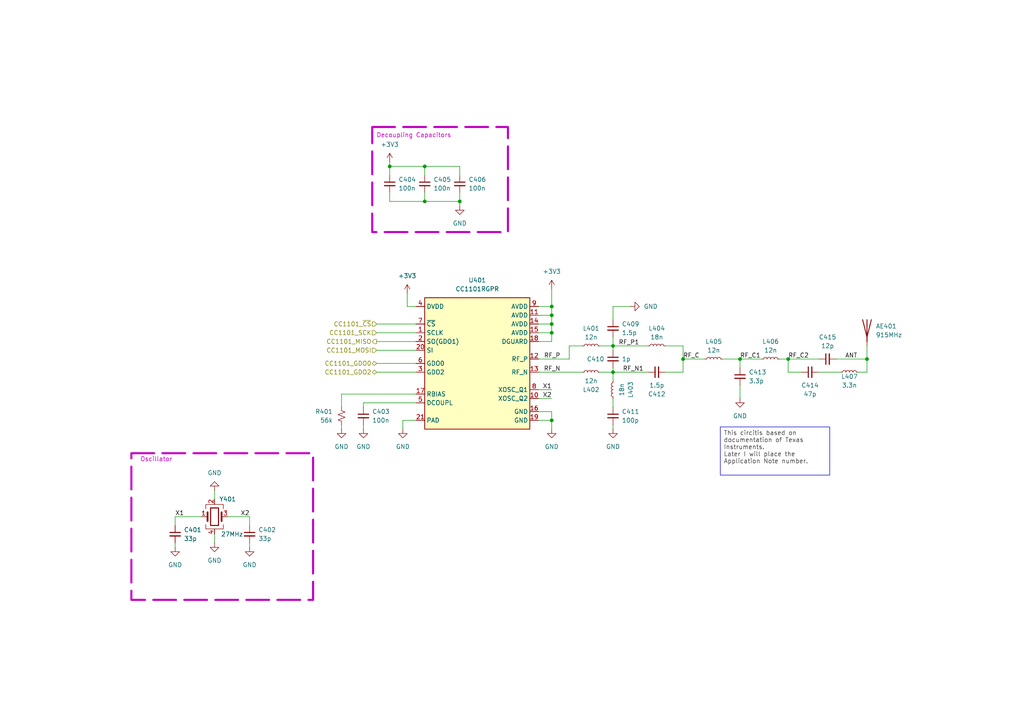
<source format=kicad_sch>
(kicad_sch (version 20231120) (generator "eeschema") (generator_version "8.0")
  (paper "A4")
  (title_block (title "Project Antares - Receiver Schematic") (date "2024-08-24") (rev "1.0.1") (company "Ouroboros Embedded Development") (comment 1 "Pablo Jean Rozario"))
  (lib_symbols
    (symbol "Device:Antenna" (pin_numbers hide) (pin_names (offset 1.016) hide)
      (property "Reference" "AE" (at -1.905 1.905 0))
      (property "Value" "Antenna" (at -1.905 0 0))
      (symbol "Antenna_0_1"
        (polyline (pts (xy 0 2.54) (xy 0 -3.81)) (stroke (width 0.254)))
        (polyline (pts (xy 1.27 2.54) (xy 0 -2.54) (xy -1.27 2.54)) (stroke (width 0.254)))
      )
      (symbol "Antenna_1_1"
        (pin input line (at 0 -5.08 90) (length 2.54) (name "A") (number "1"))
      )
    )
    (symbol "Device:C_Small" (pin_numbers hide) (pin_names (offset 0.254) hide)
      (property "Reference" "C" (at 0.254 1.778 0))
      (property "Value" "C_Small" (at 0.254 -2.032 0))
      (symbol "C_Small_0_1"
        (polyline (pts (xy -1.524 -0.508) (xy 1.524 -0.508)) (stroke (width 0.3302)))
        (polyline (pts (xy -1.524 0.508) (xy 1.524 0.508)) (stroke (width 0.3048)))
      )
      (symbol "C_Small_1_1"
        (pin passive line (at 0 2.54 270) (length 2.032) (name "~") (number "1"))
        (pin passive line (at 0 -2.54 90) (length 2.032) (name "~") (number "2"))
      )
    )
    (symbol "Device:Crystal_GND24" (pin_names (offset 1.016) hide)
      (property "Reference" "Y" (at 3.175 5.08 0))
      (property "Value" "Crystal_GND24" (at 3.175 3.175 0))
      (symbol "Crystal_GND24_0_1"
        (rectangle (start -1.143 2.54) (end 1.143 -2.54) (stroke (width 0.3048)))
        (polyline (pts (xy -2.54 0) (xy -2.032 0)))
        (polyline (pts (xy -2.032 -1.27) (xy -2.032 1.27)) (stroke (width 0.508)))
        (polyline (pts (xy 0 -3.81) (xy 0 -3.556)))
        (polyline (pts (xy 0 3.556) (xy 0 3.81)))
        (polyline (pts (xy 2.032 -1.27) (xy 2.032 1.27)) (stroke (width 0.508)))
        (polyline (pts (xy 2.032 0) (xy 2.54 0)))
        (polyline (pts (xy -2.54 -2.286) (xy -2.54 -3.556) (xy 2.54 -3.556) (xy 2.54 -2.286)))
        (polyline (pts (xy -2.54 2.286) (xy -2.54 3.556) (xy 2.54 3.556) (xy 2.54 2.286)))
      )
      (symbol "Crystal_GND24_1_1"
        (pin passive line (at -3.81 0 0) (length 1.27) (name "1") (number "1"))
        (pin passive line (at 0 5.08 270) (length 1.27) (name "2") (number "2"))
        (pin passive line (at 3.81 0 180) (length 1.27) (name "3") (number "3"))
        (pin passive line (at 0 -5.08 90) (length 1.27) (name "4") (number "4"))
      )
    )
    (symbol "Device:L_Small" (pin_numbers hide) (pin_names (offset 0.254) hide)
      (property "Reference" "L" (at 0.762 1.016 0))
      (property "Value" "L_Small" (at 0.762 -1.016 0))
      (symbol "L_Small_0_1"
        (arc (start 0 -2.032) (mid 0.5058 -1.524) (end 0 -1.016))
        (arc (start 0 -1.016) (mid 0.5058 -0.508) (end 0 0))
        (arc (start 0 0) (mid 0.5058 0.508) (end 0 1.016))
        (arc (start 0 1.016) (mid 0.5058 1.524) (end 0 2.032))
      )
      (symbol "L_Small_1_1"
        (pin passive line (at 0 2.54 270) (length 0.508) (name "~") (number "1"))
        (pin passive line (at 0 -2.54 90) (length 0.508) (name "~") (number "2"))
      )
    )
    (symbol "Device:R_Small_US" (pin_numbers hide) (pin_names (offset 0.254) hide)
      (property "Reference" "R" (at 0.762 0.508 0))
      (property "Value" "R_Small_US" (at 0.762 -1.016 0))
      (symbol "R_Small_US_1_1"
        (polyline (pts (xy 0 0) (xy 1.016 -0.381) (xy 0 -0.762) (xy -1.016 -1.143) (xy 0 -1.524)))
        (polyline (pts (xy 0 1.524) (xy 1.016 1.143) (xy 0 0.762) (xy -1.016 0.381) (xy 0 0)))
        (pin passive line (at 0 2.54 270) (length 1.016) (name "~") (number "1"))
        (pin passive line (at 0 -2.54 90) (length 1.016) (name "~") (number "2"))
      )
    )
    (symbol "RF_SubGHz_ext:CC1101"
      (property "Reference" "U" (at 0.762 1.016 0))
      (property "Value" "CC1101" (at 3.81 -39.878 0))
      (symbol "CC1101_0_0"
        (pin input line (at -2.54 -10.16 0) (length 2.54) (name "SCLK") (number "1"))
        (pin unspecified line (at 33.02 -29.21 180) (length 2.54) (name "XOSC_Q2") (number "10"))
        (pin power_in line (at 33.02 -5.08 180) (length 2.54) (name "AVDD") (number "11"))
        (pin unspecified line (at 33.02 -17.78 180) (length 2.54) (name "RF_P") (number "12"))
        (pin unspecified line (at 33.02 -21.59 180) (length 2.54) (name "RF_N") (number "13"))
        (pin power_in line (at 33.02 -7.62 180) (length 2.54) (name "AVDD") (number "14"))
        (pin power_in line (at 33.02 -10.16 180) (length 2.54) (name "AVDD") (number "15"))
        (pin power_out line (at 33.02 -33.02 180) (length 2.54) (name "GND") (number "16"))
        (pin unspecified line (at -2.54 -27.94 0) (length 2.54) (name "RBIAS") (number "17"))
        (pin power_in line (at 33.02 -12.7 180) (length 2.54) (name "DGUARD") (number "18"))
        (pin power_out line (at 33.02 -35.56 180) (length 2.54) (name "GND") (number "19"))
        (pin output line (at -2.54 -12.7 0) (length 2.54) (name "SO(GDO1)") (number "2"))
        (pin input line (at -2.54 -15.24 0) (length 2.54) (name "SI") (number "20"))
        (pin power_out line (at -2.54 -35.56 0) (length 2.54) (name "PAD") (number "21"))
        (pin output line (at -2.54 -21.59 0) (length 2.54) (name "GDO2") (number "3"))
        (pin power_in line (at -2.54 -2.54 0) (length 2.54) (name "DVDD") (number "4"))
        (pin power_out line (at -2.54 -30.48 0) (length 2.54) (name "DCOUPL") (number "5"))
        (pin bidirectional line (at -2.54 -19.05 0) (length 2.54) (name "GDO0") (number "6"))
        (pin input line (at -2.54 -7.62 0) (length 2.54) (name "~{CS}") (number "7"))
        (pin unspecified line (at 33.02 -26.67 180) (length 2.54) (name "XOSC_Q1") (number "8"))
        (pin power_in line (at 33.02 -2.54 180) (length 2.54) (name "AVDD") (number "9"))
      )
      (symbol "CC1101_0_1"
        (rectangle (start 0 0) (end 30.48 -38.1) (stroke (width 0.254)) (fill (type background)))
      )
    )
    (symbol "power:+3V3" (power) (pin_numbers hide) (pin_names (offset 0) hide)
      (property "Value" "+3V3" (at 0 3.556 0))
      (symbol "+3V3_0_1"
        (polyline (pts (xy -0.762 1.27) (xy 0 2.54)))
        (polyline (pts (xy 0 0) (xy 0 2.54)))
        (polyline (pts (xy 0 2.54) (xy 0.762 1.27)))
      )
      (symbol "+3V3_1_1"
        (pin power_in line (at 0 0 90) (length 0) (name "~") (number "1"))
      )
    )
    (symbol "power:GND" (power) (pin_numbers hide) (pin_names (offset 0) hide)
      (property "Value" "GND" (at 0 -3.81 0))
      (symbol "GND_0_1"
        (polyline (pts (xy 0 0) (xy 0 -1.27) (xy 1.27 -1.27) (xy 0 -2.54) (xy -1.27 -1.27) (xy 0 -1.27)))
      )
      (symbol "GND_1_1"
        (pin power_in line (at 0 0 270) (length 0) (name "~") (number "1"))
      )
    )
  )
  (junction (at 160.02 121.92))
  (junction (at 251.46 104.14))
  (junction (at 228.6 104.14))
  (junction (at 160.02 91.44))
  (junction (at 177.8 107.95))
  (junction (at 133.35 58.42))
  (junction (at 160.02 88.9))
  (junction (at 160.02 96.52))
  (junction (at 214.63 104.14))
  (junction (at 177.8 100.33))
  (junction (at 160.02 93.98))
  (junction (at 123.19 48.26))
  (junction (at 113.03 48.26))
  (junction (at 198.12 104.14))
  (junction (at 123.19 58.42))
  (wire (pts (xy 105.41 116.84) (xy 105.41 118.11)))
  (wire (pts (xy 177.8 88.9) (xy 177.8 92.71)))
  (wire (pts (xy 251.46 107.95) (xy 251.46 104.14)))
  (wire (pts (xy 177.8 100.33) (xy 177.8 101.6)))
  (wire (pts (xy 156.21 91.44) (xy 160.02 91.44)))
  (wire (pts (xy 160.02 88.9) (xy 160.02 91.44)))
  (wire (pts (xy 120.65 88.9) (xy 118.11 88.9)))
  (wire (pts (xy 116.84 121.92) (xy 120.65 121.92)))
  (wire (pts (xy 109.22 96.52) (xy 120.65 96.52)))
  (wire (pts (xy 50.8 157.48) (xy 50.8 158.75)))
  (wire (pts (xy 177.8 115.57) (xy 177.8 118.11)))
  (wire (pts (xy 173.99 107.95) (xy 177.8 107.95)))
  (wire (pts (xy 62.23 154.94) (xy 62.23 157.48)))
  (wire (pts (xy 72.39 157.48) (xy 72.39 158.75)))
  (wire (pts (xy 160.02 91.44) (xy 160.02 93.98)))
  (wire (pts (xy 66.04 149.86) (xy 72.39 149.86)))
  (wire (pts (xy 113.03 48.26) (xy 123.19 48.26)))
  (wire (pts (xy 50.8 149.86) (xy 50.8 152.4)))
  (wire (pts (xy 165.1 100.33) (xy 165.1 104.14)))
  (wire (pts (xy 160.02 99.06) (xy 156.21 99.06)))
  (wire (pts (xy 251.46 100.33) (xy 251.46 104.14)))
  (wire (pts (xy 182.88 88.9) (xy 177.8 88.9)))
  (wire (pts (xy 160.02 96.52) (xy 160.02 99.06)))
  (wire (pts (xy 204.47 104.14) (xy 198.12 104.14)))
  (wire (pts (xy 214.63 111.76) (xy 214.63 115.57)))
  (wire (pts (xy 160.02 93.98) (xy 160.02 96.52)))
  (wire (pts (xy 214.63 104.14) (xy 220.98 104.14)))
  (wire (pts (xy 198.12 107.95) (xy 198.12 104.14)))
  (wire (pts (xy 228.6 104.14) (xy 237.49 104.14)))
  (wire (pts (xy 232.41 107.95) (xy 228.6 107.95)))
  (wire (pts (xy 99.06 114.3) (xy 99.06 118.11)))
  (wire (pts (xy 156.21 115.57) (xy 160.02 115.57)))
  (wire (pts (xy 120.65 114.3) (xy 99.06 114.3)))
  (wire (pts (xy 156.21 107.95) (xy 168.91 107.95)))
  (wire (pts (xy 226.06 104.14) (xy 228.6 104.14)))
  (wire (pts (xy 123.19 48.26) (xy 133.35 48.26)))
  (wire (pts (xy 116.84 124.46) (xy 116.84 121.92)))
  (wire (pts (xy 156.21 93.98) (xy 160.02 93.98)))
  (wire (pts (xy 177.8 123.19) (xy 177.8 124.46)))
  (wire (pts (xy 156.21 88.9) (xy 160.02 88.9)))
  (wire (pts (xy 177.8 97.79) (xy 177.8 100.33)))
  (wire (pts (xy 109.22 101.6) (xy 120.65 101.6)))
  (wire (pts (xy 123.19 58.42) (xy 133.35 58.42)))
  (wire (pts (xy 177.8 107.95) (xy 187.96 107.95)))
  (wire (pts (xy 123.19 48.26) (xy 123.19 50.8)))
  (wire (pts (xy 168.91 100.33) (xy 165.1 100.33)))
  (wire (pts (xy 198.12 104.14) (xy 198.12 100.33)))
  (wire (pts (xy 173.99 100.33) (xy 177.8 100.33)))
  (wire (pts (xy 177.8 100.33) (xy 187.96 100.33)))
  (wire (pts (xy 177.8 107.95) (xy 177.8 110.49)))
  (wire (pts (xy 120.65 116.84) (xy 105.41 116.84)))
  (wire (pts (xy 109.22 107.95) (xy 120.65 107.95)))
  (wire (pts (xy 118.11 88.9) (xy 118.11 85.09)))
  (wire (pts (xy 165.1 104.14) (xy 156.21 104.14)))
  (wire (pts (xy 156.21 119.38) (xy 160.02 119.38)))
  (wire (pts (xy 193.04 107.95) (xy 198.12 107.95)))
  (wire (pts (xy 133.35 48.26) (xy 133.35 50.8)))
  (wire (pts (xy 123.19 58.42) (xy 113.03 58.42)))
  (wire (pts (xy 133.35 55.88) (xy 133.35 58.42)))
  (wire (pts (xy 198.12 100.33) (xy 193.04 100.33)))
  (wire (pts (xy 133.35 58.42) (xy 133.35 59.69)))
  (wire (pts (xy 156.21 113.03) (xy 160.02 113.03)))
  (wire (pts (xy 113.03 46.99) (xy 113.03 48.26)))
  (wire (pts (xy 58.42 149.86) (xy 50.8 149.86)))
  (wire (pts (xy 214.63 104.14) (xy 214.63 106.68)))
  (wire (pts (xy 160.02 121.92) (xy 160.02 119.38)))
  (wire (pts (xy 209.55 104.14) (xy 214.63 104.14)))
  (wire (pts (xy 248.92 107.95) (xy 251.46 107.95)))
  (wire (pts (xy 156.21 121.92) (xy 160.02 121.92)))
  (wire (pts (xy 109.22 105.41) (xy 120.65 105.41)))
  (wire (pts (xy 160.02 124.46) (xy 160.02 121.92)))
  (wire (pts (xy 105.41 123.19) (xy 105.41 124.46)))
  (wire (pts (xy 72.39 149.86) (xy 72.39 152.4)))
  (wire (pts (xy 109.22 99.06) (xy 120.65 99.06)))
  (wire (pts (xy 109.22 93.98) (xy 120.65 93.98)))
  (wire (pts (xy 123.19 55.88) (xy 123.19 58.42)))
  (wire (pts (xy 113.03 58.42) (xy 113.03 55.88)))
  (wire (pts (xy 156.21 96.52) (xy 160.02 96.52)))
  (wire (pts (xy 113.03 48.26) (xy 113.03 50.8)))
  (wire (pts (xy 62.23 142.24) (xy 62.23 144.78)))
  (wire (pts (xy 228.6 107.95) (xy 228.6 104.14)))
  (wire (pts (xy 177.8 106.68) (xy 177.8 107.95)))
  (wire (pts (xy 242.57 104.14) (xy 251.46 104.14)))
  (wire (pts (xy 99.06 123.19) (xy 99.06 124.46)))
  (wire (pts (xy 160.02 83.82) (xy 160.02 88.9)))
  (wire (pts (xy 237.49 107.95) (xy 243.84 107.95)))
  (rectangle (start 107.95 36.83) (end 147.32 67.31) (stroke (width 0.6) (type dash) (color 194 0 194 1)))
  (rectangle (start 38.1 131.445) (end 90.805 173.99) (stroke (width 0.6) (type dash) (color 194 0 194 1)))
  (text_box "This circitis based on documentation of Texas Instruments.\nLater I will place the Application Note number." (at 208.915 123.825 0) (size 31.75 13.97) (effects (font (size 1.27 1.27)) (justify left top)))
  (text "Oscillator" (at 40.64 133.35 0) (effects (font (size 1.27 1.27)) (justify left)))
  (text "Decoupling Capacitors" (at 120.015 39.37 0) (effects (font (size 1.27 1.27))))
  (label "RF_P1" (at 185.42 100.33 180))
  (label "RF_N1" (at 186.69 107.95 180))
  (label "RF_N" (at 162.56 107.95 180))
  (label "RF_C1" (at 214.63 104.14 0))
  (label "X1" (at 50.8 149.86 0))
  (label "RF_C" (at 198.12 104.14 0))
  (label "RF_C2" (at 228.6 104.14 0))
  (label "RF_P" (at 162.56 104.14 180))
  (label "ANT" (at 245.11 104.14 0))
  (label "X2" (at 72.39 149.86 180))
  (label "X1" (at 160.02 113.03 180))
  (label "X2" (at 160.02 115.57 180))
  (hierarchical_label "CC1101_~{CS}" (shape input) (at 109.22 93.98 180))
  (hierarchical_label "CC1101_MOSI" (shape input) (at 109.22 101.6 180))
  (hierarchical_label "CC1101_SCK" (shape input) (at 109.22 96.52 180))
  (hierarchical_label "CC1101_MISO" (shape output) (at 109.22 99.06 180))
  (hierarchical_label "CC1101_GDO2" (shape bidirectional) (at 109.22 107.95 180))
  (hierarchical_label "CC1101_GDO0" (shape bidirectional) (at 109.22 105.41 180))
  (symbol (lib_id "Device:C_Small") (at 177.8 120.65 0) (unit 1)
    (property "Reference" "C411" (at 180.34 119.3862 0) (effects (justify left)))
    (property "Value" "100p" (at 180.34 121.9262 0) (effects (justify left)))
    (property "Footprint" "Capacitor_SMD:C_0603_1608Metric" (effects (hide yes)))
    (property "Description" "Unpolarized capacitor, small symbol" (effects (hide yes)))
    (property "LCSC" "C14665" (effects (hide yes)))
    (property "PN" "CC0603JRNPO9BN101" (effects (hide yes)))
  )
  (symbol (lib_id "power:GND") (at 62.23 142.24 180) (unit 1)
    (property "Reference" "#PWR0402" (effects (hide yes)))
    (property "Value" "GND" (at 62.23 137.16 0))
    (property "Description" "Power symbol creates a global label with name \"GND\" , ground" (effects (hide yes)))
  )
  (symbol (lib_id "power:+3V3") (at 160.02 83.82 0) (unit 1)
    (property "Reference" "#PWR018" (effects (hide yes)))
    (property "Value" "+3V3" (at 160.02 78.74 0))
    (property "Description" "Power symbol creates a global label with name \"+3V3\"" (effects (hide yes)))
  )
  (symbol (lib_id "Device:C_Small") (at 177.8 104.14 0) (unit 1)
    (property "Reference" "C410" (at 170.18 104.14 0) (effects (justify left)))
    (property "Value" "1p" (at 180.34 104.14 0) (effects (justify left)))
    (property "Footprint" "Capacitor_SMD:C_0603_1608Metric" (effects (hide yes)))
    (property "Description" "Unpolarized capacitor, small symbol" (effects (hide yes)))
    (property "LCSC" "C115062" (effects (hide yes)))
    (property "PN" "CC0603BRNPO9BN1R0" (effects (hide yes)))
  )
  (symbol (lib_id "Device:C_Small") (at 133.35 53.34 0) (unit 1)
    (property "Reference" "C406" (at 135.89 52.0762 0) (effects (justify left)))
    (property "Value" "100n" (at 135.89 54.6162 0) (effects (justify left)))
    (property "Footprint" "Capacitor_SMD:C_0603_1608Metric" (effects (hide yes)))
    (property "Description" "Unpolarized capacitor, small symbol" (effects (hide yes)))
    (property "LCSC" "C14663" (effects (hide yes)))
    (property "PN" "CC0603KRX7R9BB104" (effects (hide yes)))
  )
  (symbol (lib_id "power:GND") (at 62.23 157.48 0) (unit 1)
    (property "Reference" "#PWR0401" (effects (hide yes)))
    (property "Value" "GND" (at 62.23 162.56 0))
    (property "Description" "Power symbol creates a global label with name \"GND\" , ground" (effects (hide yes)))
  )
  (symbol (lib_id "Device:C_Small") (at 190.5 107.95 90) (mirror x) (unit 1)
    (property "Reference" "C412" (at 190.5063 114.3 90))
    (property "Value" "1.5p" (at 190.5063 111.76 90))
    (property "Footprint" "Capacitor_SMD:C_0603_1608Metric" (effects (hide yes)))
    (property "Description" "Unpolarized capacitor, small symbol" (effects (hide yes)))
    (property "LCSC" "C519100" (effects (hide yes)))
    (property "PN" "CC0603BRNPO9BN1R5" (effects (hide yes)))
  )
  (symbol (lib_id "Device:L_Small") (at 223.52 104.14 90) (unit 1)
    (property "Reference" "L406" (at 223.52 99.06 90))
    (property "Value" "12n" (at 223.52 101.6 90))
    (property "Footprint" "Inductor_SMD:L_0603_1608Metric" (effects (hide yes)))
    (property "Description" "Inductor, small symbol" (effects (hide yes)))
    (property "LCSC" "C75656" (effects (hide yes)))
    (property "PN" "VHF160808H12NJT" (effects (hide yes)))
  )
  (symbol (lib_id "Device:C_Small") (at 50.8 154.94 0) (unit 1)
    (property "Reference" "C401" (at 53.34 153.6762 0) (effects (justify left)))
    (property "Value" "33p" (at 53.34 156.2162 0) (effects (justify left)))
    (property "Footprint" "Capacitor_SMD:C_0603_1608Metric" (effects (hide yes)))
    (property "Description" "Unpolarized capacitor, small symbol" (effects (hide yes)))
    (property "LCSC" "C107047" (effects (hide yes)))
    (property "PN" "CC0603JRNPO9BN330" (effects (hide yes)))
  )
  (symbol (lib_id "Device:C_Small") (at 123.19 53.34 0) (unit 1)
    (property "Reference" "C405" (at 125.73 52.0762 0) (effects (justify left)))
    (property "Value" "100n" (at 125.73 54.6162 0) (effects (justify left)))
    (property "Footprint" "Capacitor_SMD:C_0603_1608Metric" (effects (hide yes)))
    (property "Description" "Unpolarized capacitor, small symbol" (effects (hide yes)))
    (property "LCSC" "C14663" (effects (hide yes)))
    (property "PN" "CC0603KRX7R9BB104" (effects (hide yes)))
  )
  (symbol (lib_id "Device:C_Small") (at 72.39 154.94 0) (unit 1)
    (property "Reference" "C402" (at 74.93 153.6762 0) (effects (justify left)))
    (property "Value" "33p" (at 74.93 156.2162 0) (effects (justify left)))
    (property "Footprint" "Capacitor_SMD:C_0603_1608Metric" (effects (hide yes)))
    (property "Description" "Unpolarized capacitor, small symbol" (effects (hide yes)))
    (property "LCSC" "C107047" (effects (hide yes)))
    (property "PN" "CC0603JRNPO9BN330" (effects (hide yes)))
  )
  (symbol (lib_id "Device:C_Small") (at 214.63 109.22 0) (unit 1)
    (property "Reference" "C413" (at 217.17 107.9562 0) (effects (justify left)))
    (property "Value" "3.3p" (at 217.17 110.4962 0) (effects (justify left)))
    (property "Footprint" "Capacitor_SMD:C_0603_1608Metric" (effects (hide yes)))
    (property "Description" "Unpolarized capacitor, small symbol" (effects (hide yes)))
    (property "LCSC" "C282249" (effects (hide yes)))
    (property "PN" "CC0603CRNPO9BN3R3" (effects (hide yes)))
  )
  (symbol (lib_id "power:+3V3") (at 118.11 85.09 0) (unit 1)
    (property "Reference" "#PWR0403" (effects (hide yes)))
    (property "Value" "+3V3" (at 118.11 80.01 0))
    (property "Description" "Power symbol creates a global label with name \"+3V3\"" (effects (hide yes)))
  )
  (symbol (lib_id "Device:R_Small_US") (at 99.06 120.65 0) (unit 1)
    (property "Reference" "R401" (at 96.52 119.3799 0) (effects (justify right)))
    (property "Value" "56k" (at 96.52 121.9199 0) (effects (justify right)))
    (property "Footprint" "Resistor_SMD:R_0603_1608Metric" (effects (hide yes)))
    (property "Description" "Resistor, small US symbol" (effects (hide yes)))
    (property "LCSC" "C23206" (effects (hide yes)))
    (property "PN" "0603WAF5602T5E" (effects (hide yes)))
  )
  (symbol (lib_id "Device:C_Small") (at 177.8 95.25 0) (unit 1)
    (property "Reference" "C409" (at 180.34 93.9862 0) (effects (justify left)))
    (property "Value" "1.5p" (at 180.34 96.5262 0) (effects (justify left)))
    (property "Footprint" "Capacitor_SMD:C_0603_1608Metric" (effects (hide yes)))
    (property "Description" "Unpolarized capacitor, small symbol" (effects (hide yes)))
    (property "LCSC" "C519100" (effects (hide yes)))
    (property "PN" "CC0603BRNPO9BN1R5" (effects (hide yes)))
  )
  (symbol (lib_id "power:GND") (at 50.8 158.75 0) (unit 1)
    (property "Reference" "#PWR024" (effects (hide yes)))
    (property "Value" "GND" (at 50.8 163.83 0))
    (property "Description" "Power symbol creates a global label with name \"GND\" , ground" (effects (hide yes)))
  )
  (symbol (lib_id "power:GND") (at 105.41 124.46 0) (unit 1)
    (property "Reference" "#PWR025" (effects (hide yes)))
    (property "Value" "GND" (at 105.41 129.54 0))
    (property "Description" "Power symbol creates a global label with name \"GND\" , ground" (effects (hide yes)))
  )
  (symbol (lib_id "Device:L_Small") (at 171.45 100.33 90) (unit 1)
    (property "Reference" "L401" (at 171.45 95.25 90))
    (property "Value" "12n" (at 171.45 97.79 90))
    (property "Footprint" "Inductor_SMD:L_0603_1608Metric" (effects (hide yes)))
    (property "Description" "Inductor, small symbol" (effects (hide yes)))
    (property "LCSC" "C75656" (effects (hide yes)))
    (property "PN" "VHF160808H12NJT" (effects (hide yes)))
  )
  (symbol (lib_id "Device:L_Small") (at 190.5 100.33 90) (unit 1)
    (property "Reference" "L404" (at 190.5 95.25 90))
    (property "Value" "18n" (at 190.5 97.79 90))
    (property "Footprint" "Inductor_SMD:L_0603_1608Metric" (effects (hide yes)))
    (property "Description" "Inductor, small symbol" (effects (hide yes)))
    (property "LCSC" "C90206" (effects (hide yes)))
    (property "PN" "VHF160808H18NJT" (effects (hide yes)))
  )
  (symbol (lib_id "power:GND") (at 160.02 124.46 0) (unit 1)
    (property "Reference" "#PWR019" (effects (hide yes)))
    (property "Value" "GND" (at 160.02 129.54 0))
    (property "Description" "Power symbol creates a global label with name \"GND\" , ground" (effects (hide yes)))
  )
  (symbol (lib_id "power:GND") (at 72.39 158.75 0) (unit 1)
    (property "Reference" "#PWR021" (effects (hide yes)))
    (property "Value" "GND" (at 72.39 163.83 0))
    (property "Description" "Power symbol creates a global label with name \"GND\" , ground" (effects (hide yes)))
  )
  (symbol (lib_id "power:GND") (at 177.8 124.46 0) (unit 1)
    (property "Reference" "#PWR027" (effects (hide yes)))
    (property "Value" "GND" (at 177.8 129.54 0))
    (property "Description" "Power symbol creates a global label with name \"GND\" , ground" (effects (hide yes)))
  )
  (symbol (lib_id "Device:Antenna") (at 251.46 95.25 0) (unit 1)
    (property "Reference" "AE401" (at 254 94.6149 0) (effects (justify left)))
    (property "Value" "915MHz" (at 254 97.1549 0) (effects (justify left)))
    (property "Footprint" "RF_Antenna:Texas_SWRA416_868MHz_915MHz" (effects (hide yes)))
    (property "Description" "Antenna" (effects (hide yes)))
  )
  (symbol (lib_id "Device:L_Small") (at 246.38 107.95 90) (unit 1)
    (property "Reference" "L407" (at 246.38 109.22 90))
    (property "Value" "3.3n" (at 246.38 111.76 90))
    (property "Footprint" "Inductor_SMD:L_0603_1608Metric" (effects (hide yes)))
    (property "Description" "Inductor, small symbol" (effects (hide yes)))
    (property "LCSC" "C1029" (effects (hide yes)))
    (property "PN" "VHF160808H3N3ST" (effects (hide yes)))
  )
  (symbol (lib_id "Device:L_Small") (at 207.01 104.14 90) (unit 1)
    (property "Reference" "L405" (at 207.01 99.06 90))
    (property "Value" "12n" (at 207.01 101.6 90))
    (property "Footprint" "Inductor_SMD:L_0603_1608Metric" (effects (hide yes)))
    (property "Description" "Inductor, small symbol" (effects (hide yes)))
    (property "LCSC" "C75656" (effects (hide yes)))
    (property "PN" "VHF160808H12NJT" (effects (hide yes)))
  )
  (symbol (lib_id "power:GND") (at 182.88 88.9 90) (unit 1)
    (property "Reference" "#PWR028" (effects (hide yes)))
    (property "Value" "GND" (at 186.69 88.8999 90) (effects (justify right)))
    (property "Description" "Power symbol creates a global label with name \"GND\" , ground" (effects (hide yes)))
  )
  (symbol (lib_id "power:GND") (at 116.84 124.46 0) (unit 1)
    (property "Reference" "#PWR020" (effects (hide yes)))
    (property "Value" "GND" (at 116.84 129.54 0))
    (property "Description" "Power symbol creates a global label with name \"GND\" , ground" (effects (hide yes)))
  )
  (symbol (lib_id "Device:C_Small") (at 113.03 53.34 0) (unit 1)
    (property "Reference" "C404" (at 115.57 52.0762 0) (effects (justify left)))
    (property "Value" "100n" (at 115.57 54.6162 0) (effects (justify left)))
    (property "Footprint" "Capacitor_SMD:C_0603_1608Metric" (effects (hide yes)))
    (property "Description" "Unpolarized capacitor, small symbol" (effects (hide yes)))
    (property "LCSC" "C14663" (effects (hide yes)))
    (property "PN" "CC0603KRX7R9BB104" (effects (hide yes)))
  )
  (symbol (lib_id "power:GND") (at 133.35 59.69 0) (unit 1)
    (property "Reference" "#PWR023" (effects (hide yes)))
    (property "Value" "GND" (at 133.35 64.77 0))
    (property "Description" "Power symbol creates a global label with name \"GND\" , ground" (effects (hide yes)))
  )
  (symbol (lib_id "Device:C_Small") (at 240.03 104.14 90) (unit 1)
    (property "Reference" "C415" (at 240.0363 97.79 90))
    (property "Value" "12p" (at 240.0363 100.33 90))
    (property "Footprint" "Capacitor_SMD:C_0603_1608Metric" (effects (hide yes)))
    (property "Description" "Unpolarized capacitor, small symbol" (effects (hide yes)))
    (property "LCSC" "C107034" (effects (hide yes)))
    (property "PN" "CC0603JRNPO9BN120" (effects (hide yes)))
  )
  (symbol (lib_id "power:GND") (at 99.06 124.46 0) (unit 1)
    (property "Reference" "#PWR026" (effects (hide yes)))
    (property "Value" "GND" (at 99.06 129.54 0))
    (property "Description" "Power symbol creates a global label with name \"GND\" , ground" (effects (hide yes)))
  )
  (symbol (lib_id "Device:L_Small") (at 171.45 107.95 90) (unit 1)
    (property "Reference" "L402" (at 171.45 113.03 90))
    (property "Value" "12n" (at 171.45 110.49 90))
    (property "Footprint" "Inductor_SMD:L_0603_1608Metric" (effects (hide yes)))
    (property "Description" "Inductor, small symbol" (effects (hide yes)))
    (property "LCSC" "C75656" (effects (hide yes)))
    (property "PN" "VHF160808H12NJT" (effects (hide yes)))
  )
  (symbol (lib_id "Device:L_Small") (at 177.8 113.03 180) (unit 1)
    (property "Reference" "L403" (at 182.88 113.03 90))
    (property "Value" "18n" (at 180.34 113.03 90))
    (property "Footprint" "Inductor_SMD:L_0603_1608Metric" (effects (hide yes)))
    (property "Description" "Inductor, small symbol" (effects (hide yes)))
    (property "LCSC" "C90206" (effects (hide yes)))
    (property "PN" "VHF160808H18NJT" (effects (hide yes)))
  )
  (symbol (lib_id "Device:C_Small") (at 234.95 107.95 90) (unit 1)
    (property "Reference" "C414" (at 234.95 111.76 90))
    (property "Value" "47p" (at 234.95 114.3 90))
    (property "Footprint" "Capacitor_SMD:C_0603_1608Metric" (effects (hide yes)))
    (property "Description" "Unpolarized capacitor, small symbol" (effects (hide yes)))
    (property "LCSC" "C105622" (effects (hide yes)))
    (property "PN" "CC0603JRNPO9BN470" (effects (hide yes)))
  )
  (symbol (lib_id "Device:Crystal_GND24") (at 62.23 149.86 0) (unit 1)
    (property "Reference" "Y401" (at 66.04 144.78 0))
    (property "Value" "27MHz" (at 67.31 154.94 0))
    (property "Footprint" "Crystal:Crystal_SMD_3225-4Pin_3.2x2.5mm" (effects (hide yes)))
    (property "Description" "Four pin crystal, GND on pins 2 and 4" (effects (hide yes)))
    (property "LCSC" "C9008" (effects (hide yes)))
    (property "PN" "X322527MSB4SI" (effects (hide yes)))
  )
  (symbol (lib_id "RF_SubGHz_ext:CC1101") (at 123.19 86.36 0) (unit 1)
    (property "Reference" "U401" (at 138.43 81.28 0))
    (property "Value" "CC1101RGPR" (at 138.43 83.82 0))
    (property "Footprint" "Package_DFN_QFN:QFN-20-1EP_4x4mm_P0.5mm_EP2.5x2.5mm_ThermalVias" (effects (hide yes)))
    (property "Datasheet" "https://www.ti.com/lit/ds/symlink/cc1101.pdf" (effects (hide yes)))
    (property "LCSC" "C29953" (effects (hide yes)))
    (property "PN" "CC1101RGPR" (effects (hide yes)))
  )
  (symbol (lib_id "Device:C_Small") (at 105.41 120.65 0) (unit 1)
    (property "Reference" "C403" (at 107.95 119.3862 0) (effects (justify left)))
    (property "Value" "100n" (at 107.95 121.9262 0) (effects (justify left)))
    (property "Footprint" "Capacitor_SMD:C_0603_1608Metric" (effects (hide yes)))
    (property "Description" "Unpolarized capacitor, small symbol" (effects (hide yes)))
    (property "LCSC" "C14663" (effects (hide yes)))
    (property "PN" "CC0603KRX7R9BB104" (effects (hide yes)))
  )
  (symbol (lib_id "power:+3V3") (at 113.03 46.99 0) (unit 1)
    (property "Reference" "#PWR022" (effects (hide yes)))
    (property "Value" "+3V3" (at 113.03 41.91 0))
    (property "Description" "Power symbol creates a global label with name \"+3V3\"" (effects (hide yes)))
  )
  (symbol (lib_id "power:GND") (at 214.63 115.57 0) (unit 1)
    (property "Reference" "#PWR029" (effects (hide yes)))
    (property "Value" "GND" (at 214.63 120.65 0))
    (property "Description" "Power symbol creates a global label with name \"GND\" , ground" (effects (hide yes)))
  )
)
</source>
